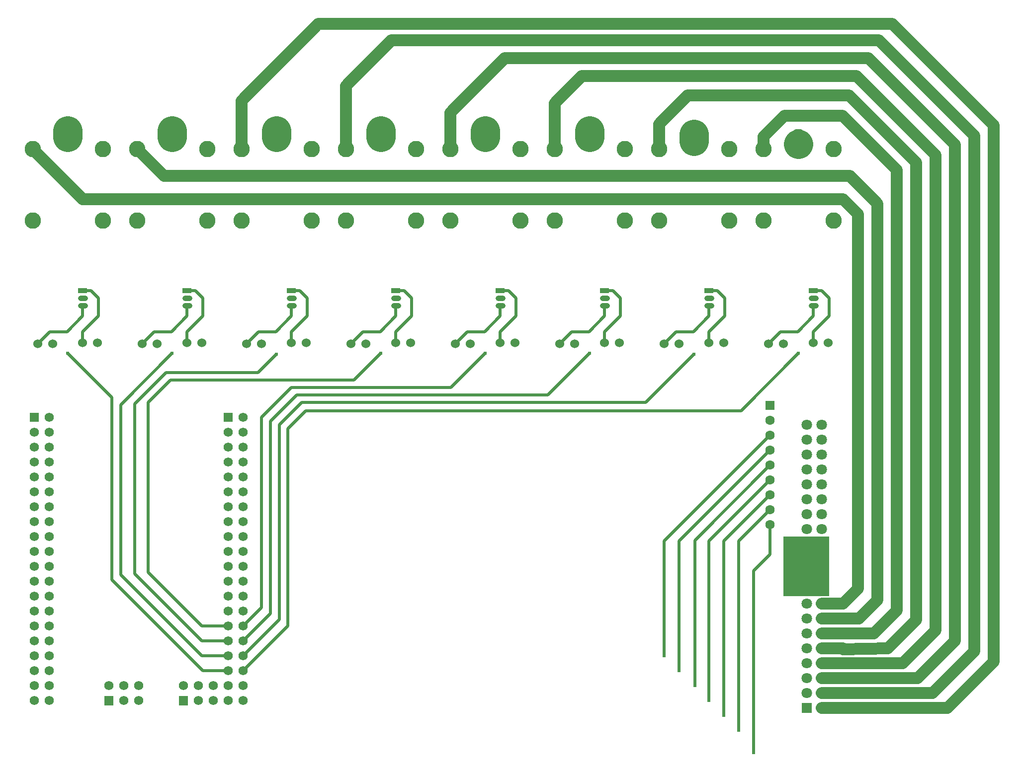
<source format=gbl>
G04 Layer: BottomLayer*
G04 EasyEDA v6.5.1, 2022-03-22 03:02:58*
G04 bf67d1bc75334a149d351373cee676c1,2944274e32f549b18320765f93dd2344,10*
G04 Gerber Generator version 0.2*
G04 Scale: 100 percent, Rotated: No, Reflected: No *
G04 Dimensions in millimeters *
G04 leading zeros omitted , absolute positions ,4 integer and 5 decimal *
%FSLAX45Y45*%
%MOMM*%

%ADD11C,0.5000*%
%ADD13C,0.6096*%
%ADD16C,1.5748*%
%ADD17R,1.5748X1.5748*%
%ADD18C,1.5240*%
%ADD19R,1.8000X1.8000*%
%ADD20C,1.8000*%
%ADD21R,1.6000X0.9000*%
%ADD22C,2.7940*%
%ADD23R,1.6000X1.6000*%
%ADD24C,1.6000*%
%ADD25C,0.9000*%
%ADD26C,5.0000*%
%ADD27C,2.0000*%

%LPD*%
D26*
X14224000Y10756900D02*
G01*
X14224000Y10758093D01*
D11*
X11938000Y2032000D02*
G01*
X11938000Y3987800D01*
X13741400Y5791200D01*
X12192000Y1778000D02*
G01*
X12192000Y3987800D01*
X13741400Y5537200D01*
X12458700Y1524000D02*
G01*
X12458700Y4000500D01*
X13741400Y5283200D01*
X12700000Y1270000D02*
G01*
X12700000Y3987800D01*
X13741400Y5029200D01*
X12954000Y1016000D02*
G01*
X12954000Y3987800D01*
X13741400Y4775200D01*
X13208000Y762000D02*
G01*
X13208000Y3987800D01*
X13741400Y4521200D01*
X13462000Y381000D02*
G01*
X13462000Y3479800D01*
X13741400Y3759200D01*
X13741400Y4267200D01*
X10668000Y7188200D02*
G01*
X9956800Y6477000D01*
X5676900Y6477000D01*
X5232400Y6032500D01*
X5232400Y2755900D01*
X4762500Y2286000D01*
D27*
X6512052Y10670031D02*
G01*
X6512052Y11744452D01*
X7289800Y12522200D01*
X15595600Y12522200D01*
X17221200Y10896600D01*
X17221200Y2108200D01*
X16510000Y1397000D01*
X14986000Y1397000D01*
X8290052Y10670031D02*
G01*
X8290052Y11287252D01*
X9220200Y12217400D01*
X15417800Y12217400D01*
X16891000Y10744200D01*
X16891000Y10147300D01*
X4734052Y10670031D02*
G01*
X4734052Y11490452D01*
X6045200Y12801600D01*
X15824200Y12801600D01*
X17551400Y11074400D01*
X17551400Y2019300D01*
X14617700Y1143000D02*
G01*
X14986000Y1143000D01*
X17551400Y2019300D02*
G01*
X17551400Y1930400D01*
X16764000Y1143000D01*
X14986000Y1143000D01*
X14617700Y1397000D02*
G01*
X14986000Y1397000D01*
X14617700Y1651000D02*
G01*
X14986000Y1651000D01*
X14617700Y1905000D02*
G01*
X14986000Y1905000D01*
X14617700Y2159000D02*
G01*
X14986000Y2159000D01*
D26*
X12446000Y10807700D02*
G01*
X12446000Y10924387D01*
D27*
X13624052Y10670031D02*
G01*
X13624052Y10880852D01*
X13982700Y11239500D01*
X14973300Y11239500D01*
X15900400Y10312400D01*
X15900400Y2806700D01*
X15506700Y2413000D01*
X14986000Y2413000D01*
X11846052Y10670031D02*
G01*
X11846052Y11096752D01*
X12331700Y11582400D01*
X15087600Y11582400D01*
X16230600Y10439400D01*
X16230600Y2641600D01*
X15748000Y2159000D01*
X14986000Y2146300D01*
X10068052Y10670031D02*
G01*
X10068052Y11452352D01*
X10528300Y11912600D01*
X15214600Y11912600D01*
X16560800Y10566400D01*
X16560800Y2463800D01*
X16002000Y1905000D01*
X14986000Y1905000D01*
X16891000Y10147300D02*
G01*
X16891000Y10160000D01*
X16891000Y2286000D01*
X16256000Y1651000D01*
X14986000Y1651000D01*
X2956052Y10670031D02*
G01*
X3415284Y10210800D01*
X15100300Y10210800D01*
X15570200Y9740900D01*
X15570200Y2984500D01*
X15252700Y2667000D01*
X14986000Y2667000D01*
X1178052Y10670031D02*
G01*
X2032000Y9817100D01*
X14986000Y9817100D01*
X15240000Y9563100D01*
X15240000Y3175000D01*
X14986000Y2921000D01*
X14871700Y2921000D01*
X14617700Y2413000D02*
G01*
X14986000Y2413000D01*
X14617700Y2921000D02*
G01*
X14871700Y2921000D01*
X14617700Y2667000D02*
G01*
X14986000Y2667000D01*
D26*
X5334000Y10870006D02*
G01*
X5334000Y10986693D01*
X3556000Y10870006D02*
G01*
X3556000Y10986693D01*
X1778000Y10870006D02*
G01*
X1778000Y10986693D01*
X7112000Y10870006D02*
G01*
X7112000Y10986693D01*
X8890000Y10870006D02*
G01*
X8890000Y10986693D01*
X10668000Y10870006D02*
G01*
X10668000Y10986693D01*
D11*
X14224000Y7188200D02*
G01*
X13246100Y6210300D01*
X5829300Y6210300D01*
X5524500Y5905500D01*
X5524500Y2540000D01*
X4762500Y1778000D01*
X12446000Y7175500D02*
G01*
X11620500Y6350000D01*
X5765800Y6350000D01*
X5384800Y5969000D01*
X5384800Y2654300D01*
X4762500Y2032000D01*
X8890000Y7188200D02*
G01*
X8305800Y6604000D01*
X5588000Y6604000D01*
X5080000Y6096000D01*
X5080000Y2857500D01*
X4762500Y2540000D01*
X7112000Y7188200D02*
G01*
X6654800Y6731000D01*
X3530600Y6731000D01*
X3149600Y6350000D01*
X3149600Y3454400D01*
X4064000Y2540000D01*
X4508500Y2540000D01*
X5334000Y7175500D02*
G01*
X5016500Y6858000D01*
X3454400Y6858000D01*
X2921000Y6324600D01*
X2921000Y3429000D01*
X4064000Y2286000D01*
X4508500Y2286000D01*
X3556000Y7188200D02*
G01*
X2679700Y6311900D01*
X2679700Y3416300D01*
X4064000Y2032000D01*
X4508500Y2032000D01*
X1778000Y7188200D02*
G01*
X2527300Y6438900D01*
X2527300Y3327400D01*
X4076700Y1778000D01*
X4508500Y1778000D01*
X11938000Y7353300D02*
G01*
X12141200Y7556500D01*
X12433300Y7556500D01*
X12700000Y7823200D01*
X12700000Y8001000D01*
X14478000Y7366000D02*
G01*
X14478000Y7556500D01*
X14744700Y7823200D01*
X14744700Y8128000D01*
X14617700Y8255000D01*
X14478000Y8255000D01*
X13716000Y7353300D02*
G01*
X13919200Y7556500D01*
X14211300Y7556500D01*
X14478000Y7823200D01*
X14478000Y8001000D01*
X12700000Y7366000D02*
G01*
X12700000Y7556500D01*
X12966700Y7823200D01*
X12966700Y8128000D01*
X12839700Y8255000D01*
X12700000Y8255000D01*
X10160000Y7353300D02*
G01*
X10363200Y7556500D01*
X10655300Y7556500D01*
X10922000Y7823200D01*
X10922000Y8001000D01*
X10922000Y7366000D02*
G01*
X10922000Y7556500D01*
X11188700Y7823200D01*
X11188700Y8128000D01*
X11061700Y8255000D01*
X10922000Y8255000D01*
X8382000Y7353300D02*
G01*
X8585200Y7556500D01*
X8877300Y7556500D01*
X9144000Y7823200D01*
X9144000Y8001000D01*
X9144000Y7366000D02*
G01*
X9144000Y7556500D01*
X9410700Y7823200D01*
X9410700Y8128000D01*
X9283700Y8255000D01*
X9144000Y8255000D01*
X6604000Y7353300D02*
G01*
X6807200Y7556500D01*
X7099300Y7556500D01*
X7366000Y7823200D01*
X7366000Y8001000D01*
X7366000Y7366000D02*
G01*
X7366000Y7556500D01*
X7632700Y7823200D01*
X7632700Y8128000D01*
X7505700Y8255000D01*
X7366000Y8255000D01*
X4826000Y7353300D02*
G01*
X5029200Y7556500D01*
X5321300Y7556500D01*
X5588000Y7823200D01*
X5588000Y8001000D01*
X5588000Y7366000D02*
G01*
X5588000Y7556500D01*
X5854700Y7823200D01*
X5854700Y8128000D01*
X5727700Y8255000D01*
X5588000Y8255000D01*
X3048000Y7353300D02*
G01*
X3251200Y7556500D01*
X3543300Y7556500D01*
X3810000Y7823200D01*
X3810000Y8001000D01*
X3810000Y7366000D02*
G01*
X3810000Y7556500D01*
X4076700Y7823200D01*
X4076700Y8128000D01*
X3949700Y8255000D01*
X3810000Y8255000D01*
X1270000Y7353300D02*
G01*
X1473200Y7556500D01*
X1765300Y7556500D01*
X2032000Y7823200D01*
X2032000Y8001000D01*
X2032000Y7366000D02*
G01*
X2032000Y7556500D01*
X2298700Y7823200D01*
X2298700Y8128000D01*
X2171700Y8255000D01*
X2032000Y8255000D01*
G36*
X13970000Y4064000D02*
G01*
X14744700Y4064000D01*
X14744700Y3048000D01*
X13970000Y3048000D01*
G37*
D16*
G01*
X2984500Y1524000D03*
G01*
X2984500Y1270000D03*
G01*
X2730500Y1524000D03*
G01*
X2730500Y1270000D03*
G01*
X2476500Y1524000D03*
G36*
X2397759Y1348739D02*
G01*
X2555240Y1348739D01*
X2555240Y1191260D01*
X2397759Y1191260D01*
G37*
G36*
X3667759Y1348739D02*
G01*
X3825240Y1348739D01*
X3825240Y1191260D01*
X3667759Y1191260D01*
G37*
G01*
X3746500Y1524000D03*
G01*
X4000500Y1270000D03*
G01*
X4000500Y1524000D03*
G01*
X4254500Y1270000D03*
G01*
X4254500Y1524000D03*
G01*
X4762500Y1270000D03*
G01*
X4508500Y1270000D03*
G01*
X4762500Y1524000D03*
G01*
X4508500Y1524000D03*
G01*
X4762500Y1778000D03*
G01*
X4508500Y1778000D03*
G01*
X4762500Y2032000D03*
G01*
X4508500Y2032000D03*
G01*
X4762500Y2286000D03*
G01*
X4508500Y2286000D03*
G01*
X4762500Y2540000D03*
G01*
X4508500Y2540000D03*
G01*
X4762500Y2794000D03*
G01*
X4508500Y2794000D03*
G01*
X4762500Y3048000D03*
G01*
X4508500Y3048000D03*
G01*
X4762500Y3302000D03*
G01*
X4508500Y3302000D03*
G01*
X4762500Y3556000D03*
G01*
X4508500Y3556000D03*
G01*
X4762500Y3810000D03*
G01*
X4508500Y3810000D03*
G01*
X4762500Y4064000D03*
G01*
X4508500Y4064000D03*
G01*
X4762500Y4318000D03*
G01*
X4508500Y4318000D03*
G01*
X4762500Y4572000D03*
G01*
X4508500Y4572000D03*
G01*
X4762500Y4826000D03*
G01*
X4508500Y4826000D03*
G01*
X4762500Y5080000D03*
G01*
X4508500Y5080000D03*
G01*
X4762500Y5334000D03*
G01*
X4508500Y5334000D03*
G01*
X4762500Y5588000D03*
G01*
X4508500Y5588000D03*
G01*
X4762500Y5842000D03*
G01*
X4508500Y5842000D03*
G01*
X4762500Y6096000D03*
D17*
G01*
X4508500Y6096000D03*
D18*
G01*
X1270000Y7353300D03*
G01*
X1524000Y7353300D03*
G01*
X2032000Y7366000D03*
G01*
X2286000Y7366000D03*
G01*
X3810000Y7366000D03*
G01*
X4064000Y7366000D03*
G01*
X3048000Y7353300D03*
G01*
X3302000Y7353300D03*
G01*
X5588000Y7366000D03*
G01*
X5842000Y7366000D03*
G01*
X4826000Y7353300D03*
G01*
X5080000Y7353300D03*
G01*
X7366000Y7366000D03*
G01*
X7620000Y7366000D03*
G01*
X6604000Y7353300D03*
G01*
X6858000Y7353300D03*
G01*
X9144000Y7366000D03*
G01*
X9398000Y7366000D03*
G01*
X8382000Y7353300D03*
G01*
X8636000Y7353300D03*
G01*
X10922000Y7366000D03*
G01*
X11176000Y7366000D03*
G01*
X10160000Y7353300D03*
G01*
X10414000Y7353300D03*
G01*
X12700000Y7366000D03*
G01*
X12954000Y7366000D03*
G01*
X11938000Y7353300D03*
G01*
X12192000Y7353300D03*
G01*
X14478000Y7366000D03*
G01*
X14732000Y7366000D03*
G01*
X13716000Y7353300D03*
G01*
X13970000Y7353300D03*
D19*
G01*
X14363700Y1143000D03*
D20*
G01*
X14617700Y1143000D03*
G01*
X14363700Y1397000D03*
G01*
X14617700Y1397000D03*
G01*
X14363700Y1651000D03*
G01*
X14617700Y1651000D03*
G01*
X14363700Y1905000D03*
G01*
X14617700Y1905000D03*
G01*
X14363700Y2159000D03*
G01*
X14617700Y2159000D03*
G01*
X14363700Y2413000D03*
G01*
X14617700Y2413000D03*
G01*
X14363700Y2667000D03*
G01*
X14617700Y2667000D03*
G01*
X14363700Y2921000D03*
G01*
X14617700Y2921000D03*
G01*
X14363700Y3175000D03*
G01*
X14617700Y3175000D03*
G01*
X14363700Y3429000D03*
G01*
X14617700Y3429000D03*
G01*
X14363700Y3683000D03*
G01*
X14617700Y3683000D03*
G01*
X14363700Y3937000D03*
G01*
X14617700Y3937000D03*
G01*
X14363700Y4191000D03*
G01*
X14617700Y4191000D03*
G01*
X14363700Y4445000D03*
G01*
X14617700Y4445000D03*
G01*
X14363700Y4699000D03*
G01*
X14617700Y4699000D03*
G01*
X14363700Y4953000D03*
G01*
X14617700Y4953000D03*
G01*
X14363700Y5207000D03*
G01*
X14617700Y5207000D03*
G01*
X14363700Y5461000D03*
G01*
X14617700Y5461000D03*
G01*
X14363700Y5715000D03*
G01*
X14617700Y5715000D03*
G01*
X14363700Y5969000D03*
G01*
X14617700Y5969000D03*
D17*
G01*
X1206500Y6096000D03*
D16*
G01*
X1460500Y6096000D03*
G01*
X1206500Y5842000D03*
G01*
X1460500Y5842000D03*
G01*
X1206500Y5588000D03*
G01*
X1460500Y5588000D03*
G01*
X1206500Y5334000D03*
G01*
X1460500Y5334000D03*
G01*
X1206500Y5080000D03*
G01*
X1460500Y5080000D03*
G01*
X1206500Y4826000D03*
G01*
X1460500Y4826000D03*
G01*
X1206500Y4572000D03*
G01*
X1460500Y4572000D03*
G01*
X1206500Y4318000D03*
G01*
X1460500Y4318000D03*
G01*
X1206500Y4064000D03*
G01*
X1460500Y4064000D03*
G01*
X1206500Y3810000D03*
G01*
X1460500Y3810000D03*
G01*
X1206500Y3556000D03*
G01*
X1460500Y3556000D03*
G01*
X1206500Y3302000D03*
G01*
X1460500Y3302000D03*
G01*
X1206500Y3048000D03*
G01*
X1460500Y3048000D03*
G01*
X1206500Y2794000D03*
G01*
X1460500Y2794000D03*
G01*
X1206500Y2540000D03*
G01*
X1460500Y2540000D03*
G01*
X1206500Y2286000D03*
G01*
X1460500Y2286000D03*
G01*
X1206500Y2032000D03*
G01*
X1460500Y2032000D03*
G01*
X1206500Y1778000D03*
G01*
X1460500Y1778000D03*
G01*
X1206500Y1524000D03*
G01*
X1460500Y1524000D03*
G01*
X1206500Y1270000D03*
G01*
X1460500Y1270000D03*
D21*
G01*
X2032000Y8255000D03*
G01*
X3810000Y8255000D03*
G01*
X5588000Y8255000D03*
G01*
X7366000Y8255000D03*
G01*
X9144000Y8255000D03*
G01*
X10922000Y8255000D03*
G01*
X12700000Y8255000D03*
G01*
X14478000Y8255000D03*
D22*
G01*
X6512052Y9449993D03*
G01*
X7112000Y10870006D03*
G01*
X7711998Y10670006D03*
G01*
X6512001Y10670006D03*
G01*
X7711947Y9449993D03*
G01*
X4734052Y9449993D03*
G01*
X5334000Y10870006D03*
G01*
X5933998Y10670006D03*
G01*
X4734001Y10670006D03*
G01*
X5933947Y9449993D03*
G01*
X2956052Y9449993D03*
G01*
X3556000Y10870006D03*
G01*
X4155998Y10670006D03*
G01*
X2956001Y10670006D03*
G01*
X4155947Y9449993D03*
G01*
X1178052Y9449993D03*
G01*
X1778000Y10870006D03*
G01*
X2377998Y10670006D03*
G01*
X1178001Y10670006D03*
G01*
X2377947Y9449993D03*
G01*
X13624052Y9449993D03*
G01*
X14224000Y10870006D03*
G01*
X14823998Y10670006D03*
G01*
X13624001Y10670006D03*
G01*
X14823947Y9449993D03*
G01*
X11846052Y9449993D03*
G01*
X12446000Y10870006D03*
G01*
X13045998Y10670006D03*
G01*
X11846001Y10670006D03*
G01*
X13045947Y9449993D03*
G01*
X10068052Y9449993D03*
G01*
X10668000Y10870006D03*
G01*
X11267998Y10670006D03*
G01*
X10068001Y10670006D03*
G01*
X11267947Y9449993D03*
G01*
X8290052Y9449993D03*
G01*
X8890000Y10870006D03*
G01*
X9489998Y10670006D03*
G01*
X8290001Y10670006D03*
G01*
X9489947Y9449993D03*
D23*
G01*
X13741400Y6299200D03*
D24*
G01*
X13741400Y6045200D03*
G01*
X13741400Y5791200D03*
G01*
X13741400Y5537200D03*
G01*
X13741400Y5283200D03*
G01*
X13741400Y5029200D03*
G01*
X13741400Y4775200D03*
G01*
X13741400Y4521200D03*
G01*
X13741400Y4267200D03*
D13*
G01*
X1778000Y7188200D03*
G01*
X3556000Y7188200D03*
G01*
X5334000Y7175500D03*
G01*
X7112000Y7188200D03*
G01*
X8890000Y7188200D03*
G01*
X10668000Y7188200D03*
G01*
X12446000Y7175500D03*
G01*
X14224000Y7188200D03*
G01*
X11938000Y2032000D03*
G01*
X12192000Y1778000D03*
G01*
X12458700Y1524000D03*
G01*
X12700000Y1270000D03*
G01*
X12954000Y1016000D03*
G01*
X13208000Y762000D03*
G01*
X13462000Y381000D03*
D25*
X2066998Y8001000D02*
G01*
X1996998Y8001000D01*
X2066998Y8128000D02*
G01*
X1996998Y8128000D01*
X3844998Y8001000D02*
G01*
X3774998Y8001000D01*
X3844998Y8128000D02*
G01*
X3774998Y8128000D01*
X5622998Y8001000D02*
G01*
X5552998Y8001000D01*
X5622998Y8128000D02*
G01*
X5552998Y8128000D01*
X7400998Y8001000D02*
G01*
X7330998Y8001000D01*
X7400998Y8128000D02*
G01*
X7330998Y8128000D01*
X9178998Y8001000D02*
G01*
X9108998Y8001000D01*
X9178998Y8128000D02*
G01*
X9108998Y8128000D01*
X10956998Y8001000D02*
G01*
X10886998Y8001000D01*
X10956998Y8128000D02*
G01*
X10886998Y8128000D01*
X12734998Y8001000D02*
G01*
X12664998Y8001000D01*
X12734998Y8128000D02*
G01*
X12664998Y8128000D01*
X14512998Y8001000D02*
G01*
X14442998Y8001000D01*
X14512998Y8128000D02*
G01*
X14442998Y8128000D01*
M02*

</source>
